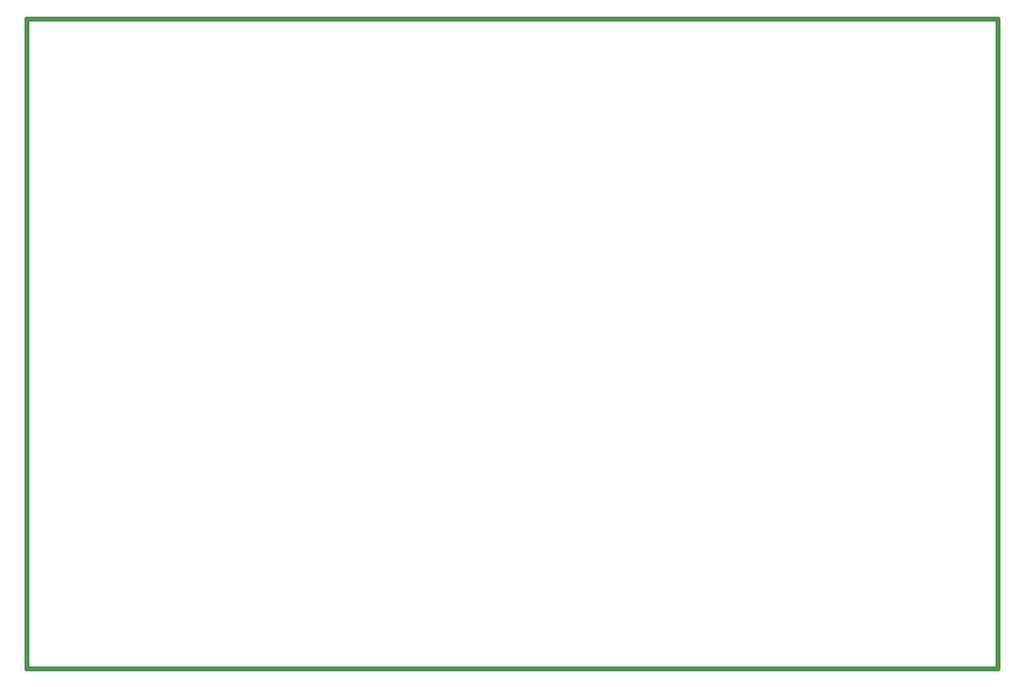
<source format=gm1>
G04 #@! TF.FileFunction,Profile,NP*
%FSLAX46Y46*%
G04 Gerber Fmt 4.6, Leading zero omitted, Abs format (unit mm)*
G04 Created by KiCad (PCBNEW 4.0.1-stable) date 2017-04-04 7:48:20 AM*
%MOMM*%
G01*
G04 APERTURE LIST*
%ADD10C,0.150000*%
%ADD11C,0.381000*%
G04 APERTURE END LIST*
D10*
D11*
X100076000Y-71374000D02*
X100076000Y-15240000D01*
X16256000Y-71374000D02*
X100076000Y-71374000D01*
X16256000Y-68072000D02*
X16256000Y-71374000D01*
X16256000Y-15240000D02*
X100076000Y-15240000D01*
X16256000Y-68072000D02*
X16256000Y-15240000D01*
M02*

</source>
